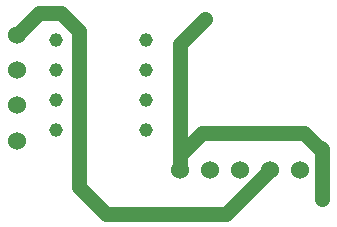
<source format=gbl>
G04 EAGLE Gerber X2 export*
G75*
%MOMM*%
%FSLAX34Y34*%
%LPD*%
%AMOC8*
5,1,8,0,0,1.08239X$1,22.5*%
G01*
%ADD10C,1.158000*%
%ADD11C,1.530000*%
%ADD12C,1.524000*%
%ADD13C,0.906400*%
%ADD14C,1.270000*%


D10*
X198900Y213700D03*
X198900Y188300D03*
X198900Y162900D03*
X198900Y137500D03*
X122700Y137500D03*
X122700Y162900D03*
X122700Y188300D03*
X122700Y213700D03*
D11*
X89700Y218000D03*
X89700Y188000D03*
X89700Y158000D03*
X89700Y128000D03*
D12*
X227550Y103700D03*
X252950Y103700D03*
X278350Y103700D03*
X303750Y103700D03*
X329150Y103700D03*
D13*
X248920Y231140D03*
D14*
X227550Y209770D02*
X227550Y103700D01*
X227550Y209770D02*
X248920Y231140D01*
X227550Y115790D02*
X227550Y103700D01*
X227550Y115790D02*
X246380Y134620D01*
X332740Y134620D01*
X345440Y121920D01*
D13*
X347980Y78740D03*
D14*
X347980Y119380D02*
X347978Y119480D01*
X347972Y119579D01*
X347962Y119679D01*
X347949Y119777D01*
X347931Y119876D01*
X347910Y119973D01*
X347885Y120069D01*
X347856Y120165D01*
X347823Y120259D01*
X347787Y120352D01*
X347747Y120443D01*
X347703Y120533D01*
X347656Y120621D01*
X347606Y120707D01*
X347552Y120791D01*
X347495Y120873D01*
X347435Y120952D01*
X347371Y121030D01*
X347305Y121104D01*
X347236Y121176D01*
X347164Y121245D01*
X347090Y121311D01*
X347012Y121375D01*
X346933Y121435D01*
X346851Y121492D01*
X346767Y121546D01*
X346681Y121596D01*
X346593Y121643D01*
X346503Y121687D01*
X346412Y121727D01*
X346319Y121763D01*
X346225Y121796D01*
X346129Y121825D01*
X346033Y121850D01*
X345936Y121871D01*
X345837Y121889D01*
X345739Y121902D01*
X345639Y121912D01*
X345540Y121918D01*
X345440Y121920D01*
X347980Y119380D02*
X347980Y78740D01*
X107920Y236220D02*
X89700Y218000D01*
X127000Y236220D02*
X142240Y220980D01*
X142240Y88900D02*
X165100Y66040D01*
X266700Y66040D01*
X303750Y103090D01*
X303750Y103700D01*
X127000Y236220D02*
X107920Y236220D01*
X142240Y220980D02*
X142240Y88900D01*
M02*

</source>
